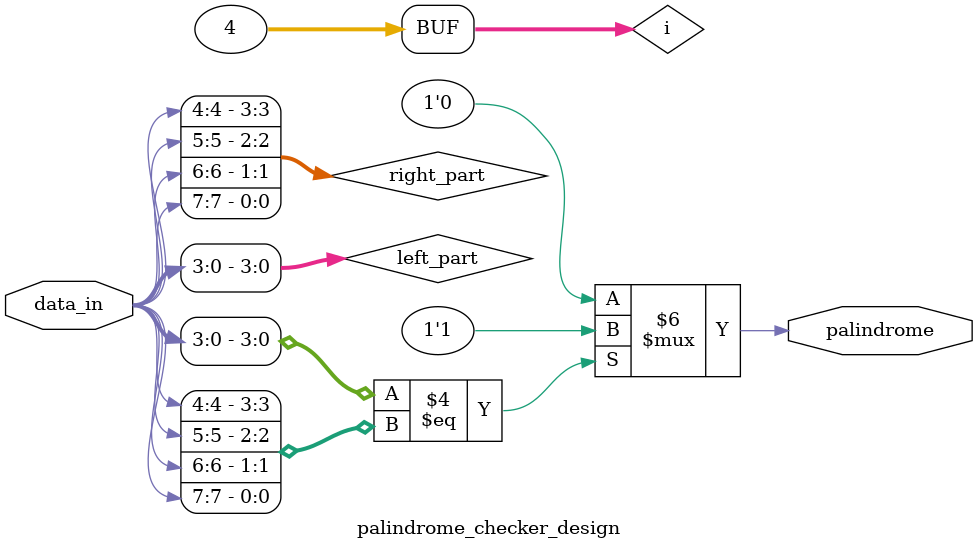
<source format=v>
`timescale 1ns / 1ps


module palindrome_checker_design#(parameter N=8)(input [N-1:0]data_in,output reg palindrome);

reg [(N/2)-1:0]left_part;
reg [(N/2)-1:0]right_part;

integer i;

always@(*)
begin
    for(i=0;i<(N/2);i=i+1)
    begin
    left_part[i]=data_in[i];
    right_part[i]=data_in[N-1-i];
    end
end

always@(*)
begin
if(left_part==right_part) 
    palindrome=1'b1;
    else
    palindrome=1'b0;
end    
endmodule

</source>
